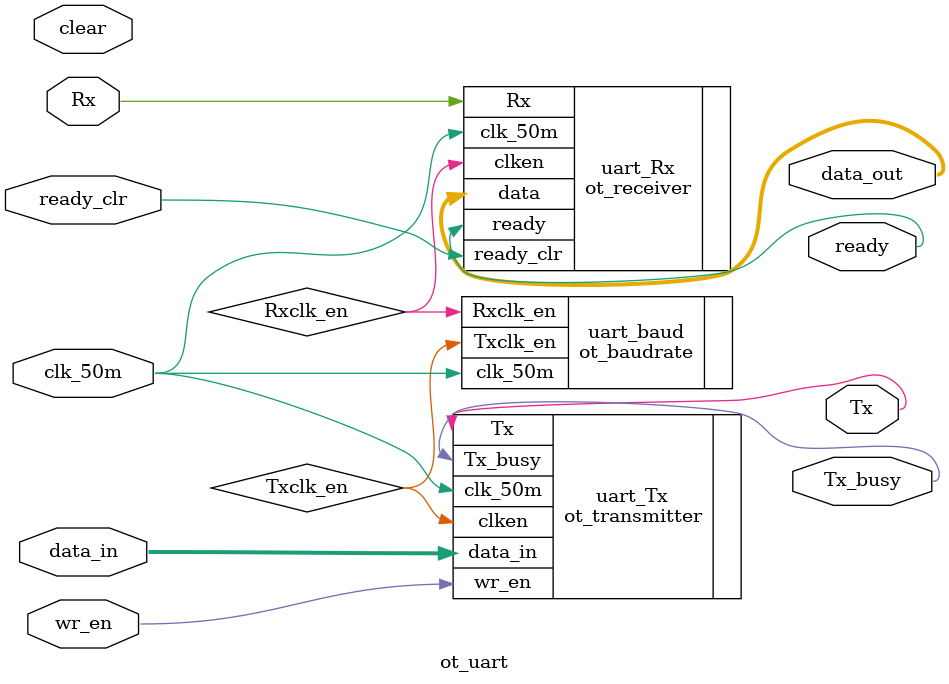
<source format=v>
module ot_uart #(
	parameter DATA_BITS = 8
)(
	input wire [DATA_BITS-1:0] data_in,
	input wire wr_en,
	input wire clear,
	input wire clk_50m,
	output wire Tx,
	output wire Tx_busy,
	input wire Rx,
	output wire ready,
	input wire ready_clr,
	output wire [DATA_BITS-1:0] data_out
);     

wire Txclk_en, Rxclk_en;

ot_baudrate uart_baud(
	.clk_50m(clk_50m),
	.Rxclk_en(Rxclk_en),
	.Txclk_en(Txclk_en)
);
							
ot_transmitter #(
	.DATA_BITS(DATA_BITS)
) uart_Tx(
	.data_in(data_in),
	.wr_en(wr_en),
	.clk_50m(clk_50m),
	.clken(Txclk_en), // Assign Tx clock to enable clock 
	.Tx(Tx),
	.Tx_busy(Tx_busy)
);
							
ot_receiver #(
	.DATA_BITS(DATA_BITS)
) uart_Rx(
	.Rx(Rx),
	.ready(ready),
	.ready_clr(ready_clr),
	.clk_50m(clk_50m),
	.clken(Rxclk_en), // Assign Rx clock to enable clock 
	.data(data_out)
);

endmodule

</source>
